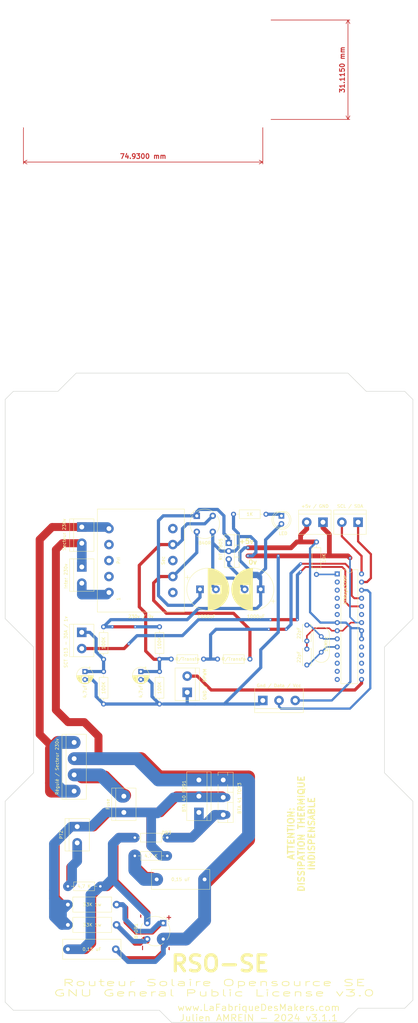
<source format=kicad_pcb>
(kicad_pcb (version 20221018) (generator pcbnew)
  (layers (0 "F.Cu" signal) (31 "B.Cu" signal) (34 "B.Paste" user) (35 "F.Paste" user) (36 "B.SilkS" user "B.Silkscreen") (37 "F.SilkS" user "F.Silkscreen") (38 "B.Mask" user) (39 "F.Mask" user) (44 "Edge.Cuts" user))
  (net 0 "")
  (footprint "Package_DIP:DIP-28_W7.62mm" (layer "F.Cu") (at -30.037794 58.393164)
    (fp_text reference "ATMega328P")
    (fp_text value "DIP-28_W7.62mm")
  )
  (footprint "TerminalBlock:TerminalBlock_bornier-2_P5.08mm" (layer "F.Cu") (at -34.5 42.215 180)
    (fp_text reference "+5v / GND")
    (fp_text value "TerminalBlock_bornier-2_P5.08mm")
  )
  (footprint "Resistor_THT:R_Axial_DIN0207_L6.3mm_D2.5mm_P10.16mm_Horizontal" (layer "F.Cu") (at -36.537794 48.393164 -90)
    (fp_text reference "10K")
    (fp_text value "R_Axial_DIN0207_L6.3mm_D2.5mm_P10.16mm_Horizontal")
  )
  (footprint "TerminalBlock:TerminalBlock_bornier-2_P5.08mm" (layer "F.Cu") (at -23.5 42.215 180)
    (fp_text reference "SCL / SDA")
    (fp_text value "TerminalBlock_bornier-2_P5.08mm")
  )
  (footprint "Crystal:Crystal_HC18-U_Vertical" (layer "F.Cu") (at -35.037794 82.893164 90)
    (fp_text reference "16Mhz")
    (fp_text value "Crystal_HC18-U_Vertical")
  )
  (footprint "Capacitor_THT:C_Disc_D5.0mm_W2.5mm_P5.00mm" (layer "F.Cu") (at -39.537794 81.893164 -90)
    (fp_text reference "22pF")
    (fp_text value "C_Disc_D5.0mm_W2.5mm_P5.00mm")
  )
  (footprint "Capacitor_THT:C_Disc_D5.0mm_W2.5mm_P5.00mm" (layer "F.Cu") (at -39.537794 74.393164 -90)
    (fp_text reference "22pF")
    (fp_text value "C_Disc_D5.0mm_W2.5mm_P5.00mm")
  )
  (footprint "TerminalBlock:TerminalBlock_bornier-2_P5.08mm" (layer "F.Cu") (at -110 43.715 -90)
    (fp_text reference "Secteur 230v ")
    (fp_text value "TerminalBlock_bornier-2_P5.08mm")
  )
  (footprint "Transformer_THT:Transformer_CHK_EI30-2VA_1xSec" (layer "F.Cu") (at -101.5 64.215)
    (fp_text reference "230v / 9v")
    (fp_text value "230v - 5v AC")
  )
  (footprint "Resistor_THT:R_Axial_DIN0207_L6.3mm_D2.5mm_P10.16mm_Horizontal" (layer "F.Cu") (at -62.5 39.715)
    (fp_text reference "1K")
    (fp_text value "R_Axial_DIN0207_L6.3mm_D2.5mm_P10.16mm_Horizontal")
  )
  (footprint "TerminalBlock:TerminalBlock_bornier-2_P5.08mm" (layer "F.Cu") (at -77 95.46 90)
    (fp_text reference "GND / 9PWM")
    (fp_text value "TerminalBlock_bornier-2_P5.08mm")
  )
  (footprint "LED_THT:LED_D5.0mm" (layer "F.Cu") (at -47.5 40.215 -90)
    (fp_text reference "LED")
    (fp_text value "LED_D5.0mm")
  )
  (footprint "Capacitor_THT:CP_Radial_D13.0mm_P5.00mm" (layer "F.Cu") (at -54 63.215 180)
    (fp_text reference "1000uF")
    (fp_text value "CP_Radial_D13.0mm_P5.00mm")
  )
  (footprint "Capacitor_THT:CP_Radial_D13.0mm_P5.00mm" (layer "F.Cu") (at -73 63.215)
    (fp_text reference "1000uF")
    (fp_text value "CP_Radial_D13.0mm_P5.00mm")
  )
  (footprint "Diode_THT:Diode_Bridge_Round_D9.0mm" (layer "F.Cu") (at -74 40.215)
    (fp_text reference "B40R")
    (fp_text value "Diode_Bridge_Round_D9.0mm")
  )
  (footprint "Package_TO_SOT_THT:TO-220-3_Vertical" (layer "F.Cu") (at -64 48.715 -90)
    (fp_text reference "RIT 7805")
    (fp_text value "TO-220-3_Vertical")
  )
  (footprint "Resistor_THT:R_Axial_DIN0207_L6.3mm_D2.5mm_P10.16mm_Horizontal" (layer "F.Cu") (at -85.683142 74.948213 -90)
    (fp_text reference "100K")
    (fp_text value "R_Axial_DIN0207_L6.3mm_D2.5mm_P10.16mm_Horizontal")
  )
  (footprint "Resistor_THT:R_Axial_DIN0207_L6.3mm_D2.5mm_P10.16mm_Horizontal" (layer "F.Cu") (at -85.683142 88.948213 -90)
    (fp_text reference "100K")
    (fp_text value "R_Axial_DIN0207_L6.3mm_D2.5mm_P10.16mm_Horizontal")
  )
  (footprint "Capacitor_THT:CP_Radial_D5.0mm_P2.50mm" (layer "F.Cu") (at -91.519627 88.948213 -90)
    (fp_text reference "4,7uF")
    (fp_text value "CP_Radial_D5.0mm_P2.50mm")
  )
  (footprint "Resistor_THT:R_Axial_DIN0207_L6.3mm_D2.5mm_P10.16mm_Horizontal" (layer "F.Cu") (at -57.364427 85.043952 180)
    (fp_text reference "R/Transfo")
    (fp_text value "R_Axial_DIN0207_L6.3mm_D2.5mm_P10.16mm_Horizontal")
  )
  (footprint "Resistor_THT:R_Axial_DIN0207_L6.3mm_D2.5mm_P10.16mm_Horizontal" (layer "F.Cu") (at -103.183142 74.948213 -90)
    (fp_text reference "100K")
    (fp_text value "R_Axial_DIN0207_L6.3mm_D2.5mm_P10.16mm_Horizontal")
  )
  (footprint "Resistor_THT:R_Axial_DIN0207_L6.3mm_D2.5mm_P10.16mm_Horizontal" (layer "F.Cu") (at -103.183142 88.948213 -90)
    (fp_text reference "100K")
    (fp_text value "R_Axial_DIN0207_L6.3mm_D2.5mm_P10.16mm_Horizontal")
  )
  (footprint "TerminalBlock:TerminalBlock_bornier-2_P5.08mm" (layer "F.Cu") (at -110.019627 76.677065 -90)
    (fp_text reference "SCT 013 - 30A / 1v")
    (fp_text value "TerminalBlock_bornier-2_P5.08mm")
  )
  (footprint "Capacitor_THT:CP_Radial_D5.0mm_P2.50mm" (layer "F.Cu") (at -109.019627 88.948213 -90)
    (fp_text reference "4,7uF")
    (fp_text value "CP_Radial_D5.0mm_P2.50mm")
  )
  (footprint "TerminalBlock:TerminalBlock_bornier-2_P5.08mm" (layer "F.Cu") (at -110 56.215 -90)
    (fp_text reference "Inter 230v ")
    (fp_text value "TerminalBlock_bornier-2_P5.08mm")
  )
  (footprint "MountingHole:MountingHole_5mm" (layer "F.Cu") (at -12.065 188.595)
    (fp_text reference "")
    (fp_text value "MountingHole_5mm")
  )
  (footprint "MountingHole:MountingHole_5mm" (layer "F.Cu") (at -127.635 6.985)
    (fp_text reference "")
    (fp_text value "MountingHole_5mm")
  )
  (footprint "Resistor_THT:R_Axial_DIN0414_L11.9mm_D4.5mm_P15.24mm_Horizontal" (layer "F.Cu") (at -114.3575 168.2225)
    (fp_text reference "33K 1w")
    (fp_text value "R_Axial_DIN0414_L11.9mm_D4.5mm_P15.24mm_Horizontal")
  )
  (footprint "MountingHole:MountingHole_5mm" (layer "F.Cu") (at -29.21 109.22)
    (fp_text reference "")
    (fp_text value "MountingHole_5mm")
  )
  (footprint "MountingHole:MountingHole_5mm" (layer "F.Cu") (at -128.27 -114.935)
    (fp_text reference "")
    (fp_text value "MountingHole_5mm")
  )
  (footprint "TerminalBlock:TerminalBlock_bornier-2_P5.08mm" (layer "F.Cu") (at -111.4425 137.4775 -90)
    (fp_text reference "PTZ")
    (fp_text value "TerminalBlock_bornier-2_P5.08mm")
  )
  (footprint "Resistor_THT:R_Axial_DIN0414_L11.9mm_D4.5mm_P15.24mm_Horizontal" (layer "F.Cu") (at -114.3575 161.8725)
    (fp_text reference "33K 1w")
    (fp_text value "R_Axial_DIN0414_L11.9mm_D4.5mm_P15.24mm_Horizontal")
  )
  (footprint "TerminalBlock:TerminalBlock_bornier-2_P5.08mm" (layer "F.Cu") (at -96.8375 127.9525 -90)
    (fp_text reference "Fuse")
    (fp_text value "TerminalBlock_bornier-2_P5.08mm")
  )
  (footprint "MountingHole:MountingHole_5mm" (layer "F.Cu") (at -12.065 6.985)
    (fp_text reference "")
    (fp_text value "MountingHole_5mm")
  )
  (footprint "MountingHole:MountingHole_5mm" (layer "F.Cu") (at -77.47 109.22)
    (fp_text reference "")
    (fp_text value "MountingHole_5mm")
  )
  (footprint "MountingHole:MountingHole_5mm" (layer "F.Cu") (at -128.27 -83.82)
    (fp_text reference "")
    (fp_text value "MountingHole_5mm")
  )
  (footprint "TerminalBlock:TerminalBlock_bornier-4_P5.08mm" (layer "F.Cu") (at -112.395 111.125 -90)
    (fp_text reference "Régulé / Secteur 230v")
    (fp_text value "TerminalBlock_bornier-4_P5.08mm")
  )
  (footprint "MountingHole:MountingHole_5mm" (layer "F.Cu") (at -29.21 167.64)
    (fp_text reference "")
    (fp_text value "MountingHole_5mm")
  )
  (footprint "Resistor_THT:R_Axial_DIN0207_L6.3mm_D2.5mm_P10.16mm_Horizontal" (layer "F.Cu") (at -71.864427 85.043952 180)
    (fp_text reference "R/Transfo")
    (fp_text value "R_Axial_DIN0207_L6.3mm_D2.5mm_P10.16mm_Horizontal")
  )
  (footprint "MountingHole:MountingHole_5mm" (layer "F.Cu") (at -53.34 167.64)
    (fp_text reference "")
    (fp_text value "MountingHole_5mm")
  )
  (footprint "Package_TO_SOT_THT:TO-3P-3_Vertical" (layer "F.Cu") (at -65.7225 122.8725 -90)
    (fp_text reference "BTA 41 TOP3")
    (fp_text value "TO-3P-3_Vertical")
  )
  (footprint "MountingHole:MountingHole_5mm" (layer "F.Cu") (at -53.34 109.22)
    (fp_text reference "")
    (fp_text value "MountingHole_5mm")
  )
  (footprint "MountingHole:MountingHole_5mm" (layer "F.Cu") (at -106.68 1.27)
    (fp_text reference "")
    (fp_text value "MountingHole_5mm")
  )
  (footprint "Diode_THT:Diode_Bridge_Round_D9.0mm" (layer "F.Cu") (at -84.5125 167.6675 -90)
    (fp_text reference "B40R1")
    (fp_text value "Diode_Bridge_Round_D9.0mm")
  )
  (footprint "MountingHole:MountingHole_5mm" (layer "F.Cu") (at -53.34 -114.935)
    (fp_text reference "")
    (fp_text value "MountingHole_5mm")
  )
  (footprint "Resistor_THT:R_Axial_DIN0207_L6.3mm_D2.5mm_P10.16mm_Horizontal" (layer "F.Cu") (at -93.4025 146.6325)
    (fp_text reference "4,7 K")
    (fp_text value "R_Axial_DIN0207_L6.3mm_D2.5mm_P10.16mm_Horizontal")
  )
  (footprint "MountingHole:MountingHole_5mm" (layer "F.Cu") (at -53.34 -83.82)
    (fp_text reference "")
    (fp_text value "MountingHole_5mm")
  )
  (footprint "MountingHole:MountingHole_5mm" (layer "F.Cu") (at -31.75 1.27)
    (fp_text reference "")
    (fp_text value "MountingHole_5mm")
  )
  (footprint "Capacitor_THT:C_Rect_L18.0mm_W6.0mm_P15.00mm_FKS3_FKP3" (layer "F.Cu") (at -86.5575 153.9875)
    (fp_text reference "0,15 uF")
    (fp_text value "C_Rect_L18.0mm_W6.0mm_P15.00mm_FKS3_FKP3")
  )
  (footprint "Capacitor_THT:C_Rect_L18.0mm_W6.0mm_P15.00mm_FKS3_FKP3" (layer "F.Cu") (at -114.3575 175.8425)
    (fp_text reference "0,15 uF")
    (fp_text value "C_Rect_L18.0mm_W6.0mm_P15.00mm_FKS3_FKP3")
  )
  (footprint "TerminalBlock:TerminalBlock_bornier-3_P5.08mm" (layer "F.Cu") (at -53.34 98)
    (fp_text reference "Gnd / Data / Vcc")
    (fp_text value "TerminalBlock_bornier-3_P5.08mm")
  )
  (footprint "Resistor_THT:R_Axial_DIN0207_L6.3mm_D2.5mm_P10.16mm_Horizontal" (layer "F.Cu") (at -93.4025 140.9175)
    (fp_text reference "DB3")
    (fp_text value "R_Axial_DIN0207_L6.3mm_D2.5mm_P10.16mm_Horizontal")
  )
  (footprint "Resistor_THT:R_Axial_DIN0207_L6.3mm_D2.5mm_P10.16mm_Horizontal" (layer "F.Cu") (at -114.3575 156.1575)
    (fp_text reference "4,7 K")
    (fp_text value "R_Axial_DIN0207_L6.3mm_D2.5mm_P10.16mm_Horizontal")
  )
  (footprint "MountingHole:MountingHole_5mm" (layer "F.Cu") (at -31.75 32.385)
    (fp_text reference "")
    (fp_text value "MountingHole_5mm")
  )
  (footprint "TerminalBlock:TerminalBlock_bornier-3_P5.08mm" (layer "F.Cu") (at -73.3425 133.0325 90)
    (fp_text reference "BTA 40 RD91")
    (fp_text value "TerminalBlock_bornier-3_P5.08mm")
  )
  (footprint "MountingHole:MountingHole_5mm" (layer "F.Cu") (at -127.635 188.595)
    (fp_text reference "")
    (fp_text value "MountingHole_5mm")
  )
  (footprint "MountingHole:MountingHole_5mm" (layer "F.Cu") (at -106.68 32.385)
    (fp_text reference "")
    (fp_text value "MountingHole_5mm")
  )
  (gr_line (start -85.725 194.945) (end -131.445 194.945) (stroke (width 0.15)) (layer "Edge.Cuts"))
  (gr_line (start -133.985 129.54) (end -133.985 192.405) (stroke (width 0.15)) (layer "Edge.Cuts"))
  (gr_line (start -6.35 3.81) (end -8.89 1.27) (stroke (width 0.15)) (layer "Edge.Cuts"))
  (gr_line (start -6.35 129.54) (end -15.24 120.65) (stroke (width 0.15)) (layer "Edge.Cuts"))
  (gr_line (start -6.35 191.77) (end -8.89 194.31) (stroke (width 0.15)) (layer "Edge.Cuts"))
  (gr_line (start -6.35 129.54) (end -6.35 191.77) (stroke (width 0.15)) (layer "Edge.Cuts"))
  (gr_line (start -81.915 198.755) (end -27.94 198.755) (stroke (width 0.15)) (layer "Edge.Cuts"))
  (gr_line (start -133.985 192.405) (end -131.445 194.945) (stroke (width 0.15)) (layer "Edge.Cuts"))
  (gr_line (start -125.095 120.65) (end -133.985 129.54) (stroke (width 0.15)) (layer "Edge.Cuts"))
  (gr_line (start -111.76 -4.445) (end -117.475 1.27) (stroke (width 0.15)) (layer "Edge.Cuts"))
  (gr_line (start -125.095 81.28) (end -133.985 72.39) (stroke (width 0.15)) (layer "Edge.Cuts"))
  (gr_line (start -15.24 81.28) (end -15.24 120.65) (stroke (width 0.15)) (layer "Edge.Cuts"))
  (gr_line (start -6.35 72.39) (end -15.24 81.28) (stroke (width 0.15)) (layer "Edge.Cuts"))
  (gr_line (start -6.35 3.81) (end -6.35 72.39) (stroke (width 0.15)) (layer "Edge.Cuts"))
  (gr_line (start -133.985 3.81) (end -131.445 1.27) (stroke (width 0.15)) (layer "Edge.Cuts"))
  (gr_line (start -125.095 81.28) (end -125.095 120.65) (stroke (width 0.15)) (layer "Edge.Cuts"))
  (gr_line (start -133.985 3.81) (end -133.985 72.39) (stroke (width 0.15)) (layer "Edge.Cuts"))
  (gr_line (start -111.76 -4.445) (end -26.67 -4.445) (stroke (width 0.15)) (layer "Edge.Cuts"))
  (gr_line (start -8.89 1.27) (end -20.955 1.27) (stroke (width 0.15)) (layer "Edge.Cuts"))
  (gr_line (start -26.67 -4.445) (end -20.955 1.27) (stroke (width 0.15)) (layer "Edge.Cuts"))
  (gr_line (start -8.89 194.31) (end -23.495 194.31) (stroke (width 0.15)) (layer "Edge.Cuts"))
  (gr_line (start -85.725 194.945) (end -81.915 198.755) (stroke (width 0.15)) (layer "Edge.Cuts"))
  (gr_line (start -117.475 1.27) (end -131.445 1.27) (stroke (width 0.15)) (layer "Edge.Cuts"))
  (gr_line (start -27.94 198.755) (end -23.495 194.31) (stroke (width 0.15)) (layer "Edge.Cuts"))
  (gr_text "+" (at -83.5025 164.7825 -90) (layer "F.Cu") (effects (font (size 1.5 1.5) (thickness 0.3) bold) (justify left bottom)))
  (gr_text "~" (at -92.3925 164.7825 -90) (layer "F.Cu") (effects (font (size 1.5 1.5) (thickness 0.3) bold) (justify left bottom)))
  (gr_text "-" (at -91.7575 174.3075 -90) (layer "F.Cu") (effects (font (size 1.5 1.5) (thickness 0.3) bold) (justify left bottom)))
  (gr_text "~" (at -83.5025 174.9425 -90) (layer "F.Cu") (effects (font (size 1.5 1.5) (thickness 0.3) bold) (justify left bottom)))
  (gr_text "Routeur Solaire Opensource SE\nGNU General Public License v3.0" (at -68.58 187.96) (layer "F.SilkS") (effects (font (size 2 4) (thickness 0.25))))
  (gr_text "+5v" (at -58.5 48.215) (layer "F.SilkS") (effects (font (size 1.5 1.5) (thickness 0.3))))
  (gr_text "0v" (at -56.5 54.715) (layer "F.SilkS") (effects (font (size 1.5 1.5) (thickness 0.3))))
  (gr_text "RSO-SE" (at -66.675 180.34) (layer "F.SilkS") (effects (font (size 5 5) (thickness 1))))
  (gr_text "www.LaFabriqueDesMakers.com\nJulien AMREIN - 2024 v3.1.1" (at -54.61 195.73) (layer "F.SilkS") (effects (font (size 2 2.2) (thickness 0.25))))
  (gr_text "ATTENTION:\nDISSIPATION THERMIQUE\nINDISPENSABLE" (at -41.275 139.7 90) (layer "F.SilkS") (effects (font (size 2 2) (thickness 0.4) bold)))
  (dimension (type aligned) (layer "F.Cu") (pts (xy -53.34 -83.82) (xy -53.34 -114.935)) (height 26.67) (gr_text "31,1150 mm" (at -28.47 -99.3775 90) (layer "F.Cu") (effects (font (size 1.5 1.5) (thickness 0.3)))) (format (prefix "") (suffix "") (units 3) (units_format 1) (precision 4)) (style (thickness 0.2) (arrow_length 1.27) (text_position_mode 0) (extension_height 0.58642) (extension_offset 0.5) keep_text_aligned))
  (dimension (type aligned) (layer "F.Cu") (pts (xy -128.27 -83.82) (xy -53.34 -83.82)) (height 13.334999) (gr_text "74,9300 mm" (at -90.805 -72.285001) (layer "F.Cu") (effects (font (size 1.5 1.5) (thickness 0.3)))) (format (prefix "") (suffix "") (units 3) (units_format 1) (precision 4)) (style (thickness 0.2) (arrow_length 1.27) (text_position_mode 0) (extension_height 0.58642) (extension_offset 0.5) keep_text_aligned))
  (segment (start -95.260129 80.261179) (end -95.260129 80.261179) (width 0.25) (layer "F.Cu") (net 0))
  (segment (start -41.5 55.215) (end -41.5 55.215) (width 0.6) (layer "F.Cu") (net 0))
  (segment (start -119.505 126.365) (end -116.205 126.365) (width 4) (layer "F.Cu") (net 0))
  (segment (start -117.475 111.125) (end -112.395 111.125) (width 4) (layer "F.Cu") (net 0))
  (segment (start -106.9975 158.9575) (end -104.1975 156.1575) (width 3) (layer "F.Cu") (net 0))
  (segment (start -93.35 173.99) (end -99.1175 168.2225) (width 1.5) (layer "F.Cu") (net 0))
  (segment (start -90 70.715) (end -90 82.521308) (width 1) (layer "F.Cu") (net 0))
  (segment (start -32.537794 75.393164) (end -31.757794 76.173164) (width 0.5) (layer "F.Cu") (net 0))
  (segment (start -25.5 65.215) (end -25.5 58.715) (width 0.6) (layer "F.Cu") (net 0))
  (segment (start -123.19 47.625) (end -123.19 108.585) (width 2.5) (layer "F.Cu") (net 0))
  (segment (start -118.11 100.965) (end -114.3 104.775) (width 2.5) (layer "F.Cu") (net 0))
  (segment (start -108.9025 175.8425) (end -106.9975 173.9375) (width 3) (layer "F.Cu") (net 0))
  (segment (start -113.3475 137.4775) (end -118.4275 142.5575) (width 3) (layer "F.Cu") (net 0))
  (segment (start -22.417794 52.797206) (end -28.58 46.635) (width 0.7) (layer "F.Cu") (net 0))
  (segment (start -89.8525 153.9875) (end -86.5575 153.9875) (width 4) (layer "F.Cu") (net 0))
  (segment (start -87.5 66.715) (end -83.5 70.715) (width 1) (layer "F.Cu") (net 0))
  (segment (start -39.537794 79.393164) (end -39.537794 81.893164) (width 0.5) (layer "F.Cu") (net 0))
  (segment (start -100.447163 74.948213) (end -93.260129 74.948213) (width 1) (layer "F.Cu") (net 0))
  (segment (start -66.0925 127.9525) (end -65.7225 128.3225) (width 3) (layer "F.Cu") (net 0))
  (segment (start -71.5575 155.3775) (end -71.5575 155.575) (width 4) (layer "F.Cu") (net 0))
  (segment (start -28.5 56.215) (end -40 56.215) (width 0.6) (layer "F.Cu") (net 0))
  (segment (start -104.775 116.205) (end -91.44 116.205) (width 4) (layer "F.Cu") (net 0))
  (segment (start -100.0125 153.9875) (end -100.6475 154.6225) (width 3) (layer "F.Cu") (net 0))
  (segment (start -88.3225 143.4525) (end -85.1425 146.6325) (width 3) (layer "F.Cu") (net 0))
  (segment (start -27.5 57.215) (end -28.5 56.215) (width 0.6) (layer "F.Cu") (net 0))
  (segment (start -26.675958 52.755) (end -26.037794 53.393164) (width 1.5) (layer "F.Cu") (net 0))
  (segment (start -119.505 123.825) (end -119.505 126.365) (width 4) (layer "F.Cu") (net 0))
  (segment (start -24.701836 66.013164) (end -25.5 65.215) (width 0.6) (layer "F.Cu") (net 0))
  (segment (start -51.5 75.715) (end -46 75.715) (width 1) (layer "F.Cu") (net 0))
  (segment (start -91.740636 173.99) (end -93.35 173.99) (width 1.5) (layer "F.Cu") (net 0))
  (segment (start -39.58 44.33632) (end -41.5 46.25632) (width 1.5) (layer "F.Cu") (net 0))
  (segment (start -91.105636 173.355) (end -91.740636 173.99) (width 1.5) (layer "F.Cu") (net 0))
  (segment (start -88.3225 133.0325) (end -88.3225 143.4525) (width 3) (layer "F.Cu") (net 0))
  (segment (start -51.5 50.215) (end -44.5 50.215) (width 1.5) (layer "F.Cu") (net 0))
  (segment (start -106.3625 137.4775) (end -111.4425 137.4775) (width 3) (layer "F.Cu") (net 0))
  (segment (start -71.5575 153.9875) (end -71.5575 155.575) (width 4) (layer "F.Cu") (net 0))
  (segment (start -96.2025 167.3225) (end -96.2025 162.8775) (width 1.5) (layer "F.Cu") (net 0))
  (segment (start -118.11 50.8) (end -118.11 100.965) (width 2.5) (layer "F.Cu") (net 0))
  (segment (start -97.2075 161.8725) (end -99.1175 161.8725) (width 1.5) (layer "F.Cu") (net 0))
  (segment (start -116.2575 168.2225) (end -114.3575 168.2225) (width 3) (layer "F.Cu") (net 0))
  (segment (start -69.5 94.715) (end -69.5 94.635) (width 0.25) (layer "F.Cu") (net 0))
  (segment (start -109.855 121.92) (end -102.87 121.92) (width 4) (layer "F.Cu") (net 0))
  (segment (start -119.505 113.155) (end -117.475 111.125) (width 4) (layer "F.Cu") (net 0))
  (segment (start -114.3575 156.1575) (end -113.4575 155.2575) (width 3) (layer "F.Cu") (net 0))
  (segment (start -41.5 48.393164) (end -36.537794 48.393164) (width 1.5) (layer "F.Cu") (net 0))
  (segment (start -106.9975 173.9375) (end -106.9975 158.9575) (width 3) (layer "F.Cu") (net 0))
  (segment (start -58 50.215) (end -51.5 50.215) (width 1.5) (layer "F.Cu") (net 0))
  (segment (start -30.037794 76.173164) (end -28.317794 76.173164) (width 0.5) (layer "F.Cu") (net 0))
  (segment (start -83.2425 140.9175) (end -75.5125 140.9175) (width 3) (layer "F.Cu") (net 0))
  (segment (start -73.3425 127.9525) (end -66.0925 127.9525) (width 3) (layer "F.Cu") (net 0))
  (segment (start -110.49 121.285) (end -109.855 121.92) (width 4) (layer "F.Cu") (net 0))
  (segment (start -90.17 153.67) (end -89.8525 153.9875) (width 4) (layer "F.Cu") (net 0))
  (segment (start -123.19 108.585) (end -119.505 112.27) (width 2.5) (layer "F.Cu") (net 0))
  (segment (start -39.58 42.215) (end -39.58 44.33632) (width 1.5) (layer "F.Cu") (net 0))
  (segment (start -110 48.795) (end -116.105 48.795) (width 2.5) (layer "F.Cu") (net 0))
  (segment (start -93.0275 170.4975) (end -93.6625 169.8625) (width 1.5) (layer "F.Cu") (net 0))
  (segment (start -112.395 121.285) (end -110.49 121.285) (width 4) (layer "F.Cu") (net 0))
  (segment (start -112.395 116.205) (end -104.775 116.205) (width 4) (layer "F.Cu") (net 0))
  (segment (start -96.4475 178.7525) (end -86.6775 178.7525) (width 1.5) (layer "F.Cu") (net 0))
  (segment (start -118.4275 160.3375) (end -118.4275 166.0525) (width 3) (layer "F.Cu") (net 0))
  (segment (start -118.4275 142.5575) (end -118.4275 159.7025) (width 3) (layer "F.Cu") (net 0))
  (segment (start -27.5 55.215) (end -41.5 55.215) (width 0.6) (layer "F.Cu") (net 0))
  (segment (start -111.4425 142.5575) (end -111.4425 148.2725) (width 3) (layer "F.Cu") (net 0))
  (segment (start -39.537794 77.752794) (end -39.537794 79.393164) (width 0.5) (layer "F.Cu") (net 0))
  (segment (start -110 43.715) (end -119.28 43.715) (width 2.5) (layer "F.Cu") (net 0))
  (segment (start -84.5125 172.6675) (end -77.4175 172.6675) (width 4) (layer "F.Cu") (net 0))
  (segment (start -90.418136 172.6675) (end -91.105636 173.355) (width 1.5) (layer "F.Cu") (net 0))
  (segment (start -116.2575 166.3225) (end -114.3575 168.2225) (width 3) (layer "F.Cu") (net 0))
  (segment (start -92 68.715) (end -90 70.715) (width 1) (layer "F.Cu") (net 0))
  (segment (start -71.5575 166.8075) (end -73.9775 169.2275) (width 4) (layer "F.Cu") (net 0))
  (segment (start -22.417794 68.553164) (end -26.161836 68.553164) (width 0.6) (layer "F.Cu") (net 0))
  (segment (start -58 52.755) (end -51.54 52.755) (width 1.5) (layer "F.Cu") (net 0))
  (segment (start -99.3575 175.8425) (end -96.4475 178.7525) (width 1.5) (layer "F.Cu") (net 0))
  (segment (start -89.5125 172.6675) (end -90.418136 172.6675) (width 1.5) (layer "F.Cu") (net 0))
  (segment (start -89.5125 167.6675) (end -89.5125 164.4875) (width 2) (layer "F.Cu") (net 0))
  (segment (start -91.5 55.215) (end -92 55.715) (width 1) (layer "F.Cu") (net 0))
  (segment (start -113.3475 150.1775) (end -111.4425 148.2725) (width 3) (layer "F.Cu") (net 0))
  (segment (start -87.9475 170.4975) (end -93.0275 170.4975) (width 1.5) (layer "F.Cu") (net 0))
  (segment (start -93.4025 140.9175) (end -98.3725 140.9175) (width 3) (layer "F.Cu") (net 0))
  (segment (start -118.4275 159.7025) (end -118.4275 160.3375) (width 3) (layer "F.Cu") (net 0))
  (segment (start -88.3225 133.0325) (end -101.9175 133.0325) (width 3) (layer "F.Cu") (net 0))
  (segment (start -112.395 126.365) (end -116.965 126.365) (width 4) (layer "F.Cu") (net 0))
  (segment (start -84.5125 167.6675) (end -85.1175 167.6675) (width 0.2) (layer "F.Cu") (net 0))
  (segment (start -23.5 48.215) (end -19.5 52.215) (width 0.7) (layer "F.Cu") (net 0))
  (segment (start -34.5 43.965) (end -32.5 45.965) (width 1.5) (layer "F.Cu") (net 0))
  (segment (start -28.58 46.635) (end -28.58 42.215) (width 0.7) (layer "F.Cu") (net 0))
  (segment (start -22.417794 91.413164) (end -22.417794 92.632794) (width 1) (layer "F.Cu") (net 0))
  (segment (start -113.4575 155.2575) (end -113.3475 155.2575) (width 0.2) (layer "F.Cu") (net 0))
  (segment (start -96.2025 162.8775) (end -97.2075 161.8725) (width 1.5) (layer "F.Cu") (net 0))
  (segment (start -102.1825 156.1575) (end -100.6475 154.6225) (width 3) (layer "F.Cu") (net 0))
  (segment (start -77 90.38) (end -73.835 90.38) (width 1) (layer "F.Cu") (net 0))
  (segment (start -83.5 70.715) (end -62.5 70.715) (width 1) (layer "F.Cu") (net 0))
  (segment (start -71.5575 155.575) (end -71.5575 166.8075) (width 4) (layer "F.Cu") (net 0))
  (segment (start -104.775 109.22) (end -104.775 116.205) (width 2.5) (layer "F.Cu") (net 0))
  (segment (start -116.2575 161.8725) (end -118.4275 159.7025) (width 3) (layer "F.Cu") (net 0))
  (segment (start -119.505 123.825) (end -119.505 113.155) (width 4) (layer "F.Cu") (net 0))
  (segment (start -87.5 61.215) (end -87.5 66.715) (width 1) (layer "F.Cu") (net 0))
  (segment (start -84.5125 176.5875) (end -84.5125 172.6675) (width 1.5) (layer "F.Cu") (net 0))
  (segment (start -114.3575 161.8725) (end -116.2575 161.8725) (width 3) (layer "F.Cu") (net 0))
  (segment (start -85.1175 167.6675) (end -87.9475 170.4975) (width 1.5) (layer "F.Cu") (net 0))
  (segment (start -90.17 153.67) (end -88.265 153.67) (width 4) (layer "F.Cu") (net 0))
  (segment (start -23.5 42.215) (end -23.5 48.215) (width 0.7) (layer "F.Cu") (net 0))
  (segment (start -24.5 94.715) (end -69.5 94.715) (width 1) (layer "F.Cu") (net 0))
  (segment (start -62.5 70.715) (end -57.364427 75.850573) (width 1) (layer "F.Cu") (net 0))
  (segment (start -73.3425 138.7475) (end -68.3675 133.7725) (width 3) (layer "F.Cu") (net 0))
  (segment (start -25.537794 73.633164) (end -22.417794 73.633164) (width 0.5) (layer "F.Cu") (net 0))
  (segment (start -85.5 59.215) (end -87.5 61.215) (width 1) (layer "F.Cu") (net 0))
  (segment (start -48.5 52.755) (end -32.5 52.755) (width 1.5) (layer "F.Cu") (net 0))
  (segment (start -118.4275 166.0525) (end -116.2575 168.2225) (width 3) (layer "F.Cu") (net 0))
  (segment (start -44.5 50.215) (end -42.678164 48.393164) (width 1.5) (layer "F.Cu") (net 0))
  (segment (start -34.5 42.215) (end -34.5 43.965) (width 1.5) (layer "F.Cu") (net 0))
  (segment (start -81.5 49.215) (end -85.5 49.215) (width 1) (layer "F.Cu") (net 0))
  (segment (start -80.0625 172.6675) (end -84.5125 172.6675) (width 0.25) (layer "F.Cu") (net 0))
  (segment (start -25.777794 73.633164) (end -25.537794 73.633164) (width 0.25) (layer "F.Cu") (net 0))
  (segment (start -101.9175 133.0325) (end -106.3625 137.4775) (width 3) (layer "F.Cu") (net 0))
  (segment (start -80.3275 127.9525) (end -73.3425 127.9525) (width 3) (layer "F.Cu") (net 0))
  (segment (start -36.037794 75.393164) (end -32.537794 75.393164) (width 0.5) (layer "F.Cu") (net 0))
  (segment (start -87.806308 84.715) (end -87.413095 85.108213) (width 1) (layer "F.Cu") (net 0))
  (segment (start -89.5125 164.4875) (end -100.0125 153.9875) (width 2) (layer "F.Cu") (net 0))
  (segment (start -57.785 121.92) (end -57.785 141.605) (width 4) (layer "F.Cu") (net 0))
  (segment (start -32.5 45.965) (end -32.5 52.755) (width 1.5) (layer "F.Cu") (net 0))
  (segment (start -93.4025 146.6325) (end -93.4025 150.4375) (width 4) (layer "F.Cu") (net 0))
  (segment (start -22.417794 66.013164) (end -24.701836 66.013164) (width 0.6) (layer "F.Cu") (net 0))
  (segment (start -109.22 104.775) (end -104.775 109.22) (width 2.5) (layer "F.Cu") (net 0))
  (segment (start -119.505 112.27) (end -119.505 113.155) (width 0.25) (layer "F.Cu") (net 0))
  (segment (start -89.535 173.355) (end -91.105636 173.355) (width 1.5) (layer "F.Cu") (net 0))
  (segment (start -113.3475 155.2575) (end -113.3475 150.1775) (width 3) (layer "F.Cu") (net 0))
  (segment (start -100.0125 142.5575) (end -100.0125 153.9875) (width 3) (layer "F.Cu") (net 0))
  (segment (start -87.413095 85.108213) (end -85.683142 85.108213) (width 1) (layer "F.Cu") (net 0))
  (segment (start -31.757794 76.173164) (end -30.037794 76.173164) (width 0.5) (layer "F.Cu") (net 0))
  (segment (start -85.4075 133.0325) (end -80.3275 127.9525) (width 3) (layer "F.Cu") (net 0))
  (segment (start -27.5 67.215) (end -27.5 57.215) (width 0.6) (layer "F.Cu") (net 0))
  (segment (start -19.5 52.215) (end -19.5 59.715) (width 0.7) (layer "F.Cu") (net 0))
  (segment (start -51.54 52.755) (end -48.5 52.755) (width 1.5) (layer "F.Cu") (net 0))
  (segment (start -40 56.215) (end -41.5 57.715) (width 0.6) (layer "F.Cu") (net 0))
  (segment (start -81.5 59.215) (end -85.5 59.215) (width 1) (layer "F.Cu") (net 0))
  (segment (start -37.178164 75.393164) (end -39.537794 77.752794) (width 0.5) (layer "F.Cu") (net 0))
  (segment (start -51 72.715) (end -42.546179 72.715) (width 1) (layer "F.Cu") (net 0))
  (segment (start -85.5 49.215) (end -91.5 55.215) (width 1) (layer "F.Cu") (net 0))
  (segment (start -96.5775 127.6925) (end -96.8375 127.9525) (width 4) (layer "F.Cu") (net 0))
  (segment (start -75.5125 140.9175) (end -73.3425 138.7475) (width 3) (layer "F.Cu") (net 0))
  (segment (start -26.161836 68.553164) (end -27.5 67.215) (width 0.6) (layer "F.Cu") (net 0))
  (segment (start -86.6775 178.7525) (end -84.5125 176.5875) (width 1.5) (layer "F.Cu") (net 0))
  (segment (start -77.4175 172.6675) (end -73.9775 169.2275) (width 4) (layer "F.Cu") (net 0))
  (segment (start -119.28 43.715) (end -123.19 47.625) (width 2.5) (layer "F.Cu") (net 0))
  (segment (start -114.3575 175.8425) (end -108.9025 175.8425) (width 3) (layer "F.Cu") (net 0))
  (segment (start -92 55.715) (end -92 68.715) (width 1) (layer "F.Cu") (net 0))
  (segment (start -102.87 121.92) (end -96.8375 127.9525) (width 4) (layer "F.Cu") (net 0))
  (segment (start -104.1975 156.1575) (end -102.1825 156.1575) (width 3) (layer "F.Cu") (net 0))
  (segment (start -68.3675 133.7725) (end -65.7225 133.7725) (width 3) (layer "F.Cu") (net 0))
  (segment (start -20.718164 60.933164) (end -19.5 59.715) (width 0.7) (layer "F.Cu") (net 0))
  (segment (start -73.835 90.38) (end -69.5 94.715) (width 1) (layer "F.Cu") (net 0))
  (segment (start -32.5 52.755) (end -26.675958 52.755) (width 1.5) (layer "F.Cu") (net 0))
  (segment (start -90 82.521308) (end -87.806308 84.715) (width 1) (layer "F.Cu") (net 0))
  (segment (start -51.54 52.755) (end -51.5 52.715) (width 0.25) (layer "F.Cu") (net 0))
  (segment (start -73.3425 138.7475) (end -73.3425 133.0325) (width 3) (layer "F.Cu") (net 0))
  (segment (start -41.5 46.25632) (end -41.5 48.393164) (width 1.5) (layer "F.Cu") (net 0))
  (segment (start -116.105 48.795) (end -118.11 50.8) (width 2.5) (layer "F.Cu") (net 0))
  (segment (start -36.037794 75.393164) (end -37.178164 75.393164) (width 0.5) (layer "F.Cu") (net 0))
  (segment (start -85.725 121.92) (end -57.785 121.92) (width 4) (layer "F.Cu") (net 0))
  (segment (start -88.3225 133.0325) (end -85.4075 133.0325) (width 3) (layer "F.Cu") (net 0))
  (segment (start -22.417794 58.393164) (end -22.417794 52.797206) (width 0.7) (layer "F.Cu") (net 0))
  (segment (start -91.44 116.205) (end -85.725 121.92) (width 4) (layer "F.Cu") (net 0))
  (segment (start -22.417794 92.632794) (end -24.5 94.715) (width 1) (layer "F.Cu") (net 0))
  (segment (start -116.2575 161.8725) (end -116.2575 166.3225) (width 3) (layer "F.Cu") (net 0))
  (segment (start -57.364427 75.850573) (end -57.364427 85.043952) (width 1) (layer "F.Cu") (net 0))
  (segment (start -111.4425 137.4775) (end -113.3475 137.4775) (width 3) (layer "F.Cu") (net 0))
  (segment (start -42.678164 48.393164) (end -41.5 48.393164) (width 1.5) (layer "F.Cu") (net 0))
  (segment (start -96.756015 81.757065) (end -95.260129 80.261179) (width 1) (layer "F.Cu") (net 0))
  (segment (start -25.5 57.215) (end -27.5 55.215) (width 0.6) (layer "F.Cu") (net 0))
  (segment (start -116.965 126.365) (end -119.505 123.825) (width 4) (layer "F.Cu") (net 0))
  (segment (start -28.317794 76.173164) (end -25.777794 73.633164) (width 0.5) (layer "F.Cu") (net 0))
  (segment (start -93.6625 169.8625) (end -96.2025 167.3225) (width 1.5) (layer "F.Cu") (net 0))
  (segment (start -114.3 104.775) (end -109.22 104.775) (width 2.5) (layer "F.Cu") (net 0))
  (segment (start -110.019627 81.757065) (end -96.756015 81.757065) (width 1) (layer "F.Cu") (net 0))
  (segment (start -98.3725 140.9175) (end -100.0125 142.5575) (width 3) (layer "F.Cu") (net 0))
  (segment (start -85.1425 146.6325) (end -83.2425 146.6325) (width 3) (layer "F.Cu") (net 0))
  (segment (start -93.4025 150.4375) (end -90.17 153.67) (width 4) (layer "F.Cu") (net 0))
  (segment (start -57.785 141.605) (end -71.5575 155.3775) (width 4) (layer "F.Cu") (net 0))
  (segment (start -22.417794 60.933164) (end -20.718164 60.933164) (width 0.7) (layer "F.Cu") (net 0))
  (segment (start -73.9775 169.2275) (end -76.5175 171.7675) (width 3) (layer "F.Cu") (net 0))
  (segment (start -25.5 58.715) (end -25.5 57.215) (width 0.6) (layer "F.Cu") (net 0))
  (via (at -26.037794 53.393164) (size 0.8) (drill 0.4) (layers "F.Cu" "B.Cu") (net 0))
  (via (at -46 75.715) (size 0.8) (drill 0.4) (layers "F.Cu" "B.Cu") (net 0))
  (via (at -58 50.215) (size 0.8) (drill 0.4) (layers "F.Cu" "B.Cu") (net 0))
  (via (at -93.260129 74.948213) (size 0.8) (drill 0.4) (layers "F.Cu" "B.Cu") (net 0))
  (via (at -58 52.755) (size 0.8) (drill 0.4) (layers "F.Cu" "B.Cu") (net 0))
  (via (at -41.5 55.215) (size 0.8) (drill 0.4) (layers "F.Cu" "B.Cu") (net 0))
  (via (at -42.5 72.715) (size 0.8) (drill 0.4) (layers "F.Cu" "B.Cu") (net 0))
  (via (at -41.5 57.715) (size 0.8) (drill 0.4) (layers "F.Cu" "B.Cu") (net 0))
  (via (at -100.447163 74.948213) (size 0.8) (drill 0.4) (layers "F.Cu" "B.Cu") (net 0))
  (via (at -51 72.715) (size 0.8) (drill 0.4) (layers "F.Cu" "B.Cu") (net 0))
  (via (at -95.260129 80.261179) (size 0.8) (drill 0.4) (layers "F.Cu" "B.Cu") (net 0))
  (via (at -48.5 52.755) (size 0.8) (drill 0.4) (layers "F.Cu" "B.Cu") (net 0))
  (via (at -51.5 75.715) (size 0.8) (drill 0.4) (layers "F.Cu" "B.Cu") (net 0))
  (segment (start -71.5 42.715) (end -77 42.715) (width 1) (layer "B.Cu") (net 0))
  (segment (start -55 59.215) (end -54 60.215) (width 1) (layer "B.Cu") (net 0))
  (segment (start -80 49.215) (end -81.5 49.215) (width 0.25) (layer "B.Cu") (net 0))
  (segment (start -69 40.215) (end -71.5 42.715) (width 1) (layer "B.Cu") (net 0))
  (segment (start -56.5 58.215) (end -55 58.215) (width 1) (layer "B.Cu") (net 0))
  (segment (start -59.05 50.215) (end -60.5 51.665) (width 1) (layer "B.Cu") (net 0))
  (segment (start -60.5 59.215) (end -55 59.215) (width 1) (layer "B.Cu") (net 0))
  (segment (start -64 55.715) (end -60.5 59.215) (width 1) (layer "B.Cu") (net 0))
  (segment (start -86 41.715) (end -84.5 40.215) (width 1) (layer "B.Cu") (net 0))
  (segment (start -81.5 59.215) (end -75.5 53.215) (width 1) (layer "B.Cu") (net 0))
  (segment (start -62.04 51.255) (end -64 51.255) (width 1) (layer "B.Cu") (net 0))
  (segment (start -65.5 40.215) (end -65.5 45.715) (width 1) (layer "B.Cu") (net 0))
  (segment (start -77 42.715) (end -78.5 44.215) (width 1) (layer "B.Cu") (net 0))
  (segment (start -60.5 54.215) (end -56.5 58.215) (width 1) (layer "B.Cu") (net 0))
  (segment (start -64 47.215) (end -64 48.715) (width 1) (layer "B.Cu") (net 0))
  (segment (start -54 60.215) (end -54 63.215) (width 0.25) (layer "B.Cu") (net 0))
  (segment (start -74 40.215) (end -74 38.965) (width 1) (layer "B.Cu") (net 0))
  (segment (start -60.5 51.665) (end -60.5 54.215) (width 1) (layer "B.Cu") (net 0))
  (segment (start -58 50.215) (end -58 50.215) (width 1) (layer "B.Cu") (net 0))
  (segment (start -78.5 44.215) (end -78.5 47.715) (width 1) (layer "B.Cu") (net 0))
  (segment (start -47.5 42.755) (end -52.46 47.715) (width 1) (layer "B.Cu") (net 0))
  (segment (start -78.5 47.715) (end -80 49.215) (width 1) (layer "B.Cu") (net 0))
  (segment (start -102 43.715) (end -101.5 44.215) (width 0.25) (layer "B.Cu") (net 0))
  (segment (start -62.5 59.715) (end -59 63.215) (width 1) (layer "B.Cu") (net 0))
  (segment (start -75.5 68.215) (end -83 68.215) (width 1) (layer "B.Cu") (net 0))
  (segment (start -69 48.715) (end -69 59.715) (width 1) (layer "B.Cu") (net 0))
  (segment (start -61 50.215) (end -62.04 51.255) (width 1) (layer "B.Cu") (net 0))
  (segment (start -67.5 38.215) (end -65.5 40.215) (width 1) (layer "B.Cu") (net 0))
  (segment (start -102.16 64.875) (end -101.5 64.215) (width 0.25) (layer "B.Cu") (net 0))
  (segment (start -62.5 42.715) (end -62.5 39.715) (width 1) (layer "B.Cu") (net 0))
  (segment (start -69 59.715) (end -69 62.215) (width 1) (layer "B.Cu") (net 0))
  (segment (start -66.46 51.255) (end -69 48.715) (width 1) (layer "B.Cu") (net 0))
  (segment (start -62.5 42.715) (end -62.5 43.84637) (width 1) (layer "B.Cu") (net 0))
  (segment (start -110 43.715) (end -102 43.715) (width 3) (layer "B.Cu") (net 0))
  (segment (start -48 39.715) (end -47.5 40.215) (width 0.25) (layer "B.Cu") (net 0))
  (segment (start -65.5 45.715) (end -64 47.215) (width 1) (layer "B.Cu") (net 0))
  (segment (start -86 65.215) (end -86 41.715) (width 1) (layer "B.Cu") (net 0))
  (segment (start -73 65.715) (end -75.5 68.215) (width 1) (layer "B.Cu") (net 0))
  (segment (start -84.5 40.215) (end -74 40.215) (width 1) (layer "B.Cu") (net 0))
  (segment (start -64 51.255) (end -66.46 51.255) (width 1) (layer "B.Cu") (net 0))
  (segment (start -64 53.795) (end -64 55.715) (width 1) (layer "B.Cu") (net 0))
  (segment (start -73 63.215) (end -73 65.715) (width 1) (layer "B.Cu") (net 0))
  (segment (start -110 48.795) (end -110 54.715) (width 3) (layer "B.Cu") (net 0))
  (segment (start -69 59.715) (end -62.5 59.715) (width 1) (layer "B.Cu") (net 0))
  (segment (start -69 45.215) (end -69 48.715) (width 1) (layer "B.Cu") (net 0))
  (segment (start -110 64.875) (end -102.16 64.875) (width 3) (layer "B.Cu") (net 0))
  (segment (start -110 43.715) (end -108.25 43.715) (width 0.25) (layer "B.Cu") (net 0))
  (segment (start -83 68.215) (end -86 65.215) (width 1) (layer "B.Cu") (net 0))
  (segment (start -54 59.215) (end -54 63.215) (width 1) (layer "B.Cu") (net 0))
  (segment (start -69 62.215) (end -68 63.215) (width 1) (layer "B.Cu") (net 0))
  (segment (start -58 50.215) (end -59.05 50.215) (width 1) (layer "B.Cu") (net 0))
  (segment (start -58 52.755) (end -58 52.755) (width 1) (layer "B.Cu") (net 0))
  (segment (start -26.037794 53.393164) (end -26.037794 53.393164) (width 0.5) (layer "B.Cu") (net 0))
  (segment (start -85.717132 85.142203) (end -85.683142 85.108213) (width 0.25) (layer "B.Cu") (net 0))
  (segment (start -85.683142 85.108213) (end -85.683142 88.948213) (width 1) (layer "B.Cu") (net 0))
  (segment (start -86.814512 88.948213) (end -91.519627 88.948213) (width 1) (layer "B.Cu") (net 0))
  (segment (start -85.683142 88.948213) (end -86.814512 88.948213) (width 1) (layer "B.Cu") (net 0))
  (segment (start -88.019627 96.771728) (end -85.683142 99.108213) (width 1) (layer "B.Cu") (net 0))
  (segment (start -89.248479 91.448213) (end -88.019627 92.677065) (width 1) (layer "B.Cu") (net 0))
  (segment (start -91.519627 91.448213) (end -89.248479 91.448213) (width 1) (layer "B.Cu") (net 0))
  (segment (start -88.019627 94.319359) (end -88.019627 94.677065) (width 0.25) (layer "B.Cu") (net 0))
  (segment (start -88.019627 92.677065) (end -88.019627 94.677065) (width 1) (layer "B.Cu") (net 0))
  (segment (start -88.019627 94.677065) (end -88.019627 96.771728) (width 1) (layer "B.Cu") (net 0))
  (segment (start -100.447163 74.948213) (end -100.447163 74.948213) (width 1) (layer "B.Cu") (net 0))
  (segment (start -103.217132 85.142203) (end -103.183142 85.108213) (width 0.25) (layer "B.Cu") (net 0))
  (segment (start -103.183142 85.108213) (end -103.183142 88.948213) (width 1) (layer "B.Cu") (net 0))
  (segment (start -46 75.715) (end -44.5 74.215) (width 1) (layer "B.Cu") (net 0))
  (segment (start -92.71 170.18) (end -88.265 170.18) (width 1.5) (layer "B.Cu") (net 0))
  (segment (start -73.9775 139.3825) (end -75.5125 140.9175) (width 3) (layer "B.Cu") (net 0))
  (segment (start -39.037794 86.893164) (end -39.537794 86.893164) (width 0.25) (layer "B.Cu") (net 0))
  (segment (start -77 99.108213) (end -77 95.46) (width 1) (layer "B.Cu") (net 0))
  (segment (start -83.82 174.5725) (end -81.915 172.6675) (width 1.5) (layer "B.Cu") (net 0))
  (segment (start -96.8375 133.0325) (end -102.5525 133.0325) (width 3) (layer "B.Cu") (net 0))
  (segment (start -25.557793 75.373165) (end -25.912979 75.017979) (width 0.7) (layer "B.Cu") (net 0))
  (segment (start -81.3325 128.3225) (end -86.36 133.35) (width 3) (layer "B.Cu") (net 0))
  (segment (start -104.14 121.285) (end -97.4725 127.9525) (width 4) (layer "B.Cu") (net 0))
  (segment (start -54.448213 99.108213) (end -53.34 98) (width 1) (layer "B.Cu") (net 0))
  (segment (start -105.52 157.48) (end -104.1975 156.1575) (width 3) (layer "B.Cu") (net 0))
  (segment (start -58.42 140.97) (end -58.54 140.97) (width 4) (layer "B.Cu") (net 0))
  (segment (start -52.46 47.715) (end -52.46 56.675) (width 1) (layer "B.Cu") (net 0))
  (segment (start -90.4875 153.9875) (end -93.4025 151.0725) (width 4) (layer "B.Cu") (net 0))
  (segment (start -100.33 142.875) (end -100.33 153.67) (width 3) (layer "B.Cu") (net 0))
  (segment (start -74 38.965) (end -73.25 38.215) (width 1) (layer "B.Cu") (net 0))
  (segment (start -44.5 58.215) (end -44.5 74.215) (width 1) (layer "B.Cu") (net 0))
  (segment (start -36.537794 58.553164) (end -30.197794 58.553164) (width 0.5) (layer "B.Cu") (net 0))
  (segment (start -88.265 170.18) (end -85.7525 167.6675) (width 1.5) (layer "B.Cu") (net 0))
  (segment (start -95.260129 80.261179) (end -92.71395 77.715) (width 1) (layer "B.Cu") (net 0))
  (segment (start -104.314512 88.948213) (end -109.019627 88.948213) (width 1) (layer "B.Cu") (net 0))
  (segment (start -30.037794 81.253164) (end -33.397794 81.253164) (width 0.5) (layer "B.Cu") (net 0))
  (segment (start -55.5 48.365) (end -57.15 46.715) (width 1) (layer "B.Cu") (net 0))
  (segment (start -99.1175 168.2225) (end -93.985 173.355) (width 1.5) (layer "B.Cu") (net 0))
  (segment (start -109.019627 91.448213) (end -106.748479 91.448213) (width 1) (layer "B.Cu") (net 0))
  (segment (start -65.393213 99.108213) (end -53.975 87.69) (width 1) (layer "B.Cu") (net 0))
  (segment (start -86.0425 122.8725) (end -73.3425 122.8725) (width 4) (layer "B.Cu") (net 0))
  (segment (start -92.71395 77.715) (end -92.5 77.715) (width 0.25) (layer "B.Cu") (net 0))
  (segment (start -26.037794 71.893164) (end -26.037794 53.393164) (width 0.5) (layer "B.Cu") (net 0))
  (segment (start -105.519627 94.319359) (end -105.519627 94.677065) (width 0.25) (layer "B.Cu") (net 0))
  (segment (start -84.455 175.26) (end -83.82 174.625) (width 1.5) (layer "B.Cu") (net 0))
  (segment (start -87.3125 133.0325) (end -96.8375 133.0325) (width 3) (layer "B.Cu") (net 0))
  (segment (start -73.3425 122.8725) (end -58.1025 122.8725) (width 4) (layer "B.Cu") (net 0))
  (segment (start -35.037794 82.893164) (end -39.037794 86.893164) (width 0.5) (layer "B.Cu") (net 0))
  (segment (start -118.745 142.875) (end -118.745 157.48) (width 3) (layer "B.Cu") (net 0))
  (segment (start -110 61.295) (end -110 64.875) (width 3) (layer "B.Cu") (net 0))
  (segment (start -107.315 173.355) (end -107.315 158.75) (width 3) (layer "B.Cu") (net 0))
  (segment (start -75.5125 140.9175) (end -83.2425 140.9175) (width 3) (layer "B.Cu") (net 0))
  (segment (start -93.985 173.355) (end -90.17 173.355) (width 1.5) (layer "B.Cu") (net 0))
  (segment (start -118.11 112.395) (end -118.11 124.46) (width 4) (layer "B.Cu") (net 0))
  (segment (start -77.4175 172.6675) (end -81.915 172.6675) (width 4) (layer "B.Cu") (net 0))
  (segment (start -111.4425 148.2725) (end -113.03 149.86) (width 3) (layer "B.Cu") (net 0))
  (segment (start -81.915 172.6675) (end -84.5125 172.6675) (width 4) (layer "B.Cu") (net 0))
  (segment (start -98.3725 140.9175) (end -100.33 142.875) (width 3) (layer "B.Cu") (net 0))
  (segment (start -56.54 52.755) (end -55.5 51.715) (width 1) (layer "B.Cu") (net 0))
  (segment (start -86.995 133.35) (end -87.3125 133.0325) (width 3) (layer "B.Cu") (net 0))
  (segment (start -24.297794 73.633164) (end -26.037794 71.893164) (width 0.5) (layer "B.Cu") (net 0))
  (segment (start -27.297794 73.633164) (end -30.037794 73.633164) (width 0.7) (layer "B.Cu") (net 0))
  (segment (start -33.397794 81.253164) (end -35.037794 82.893164) (width 0.5) (layer "B.Cu") (net 0))
  (segment (start -73.5 69.215) (end -77 72.715) (width 1) (layer "B.Cu") (net 0))
  (segment (start -22.417794 73.633164) (end -24.297794 73.633164) (width 0.5) (layer "B.Cu") (net 0))
  (segment (start -114.3575 175.8425) (end -109.8025 175.8425) (width 3) (layer "B.Cu") (net 0))
  (segment (start -26.035 100.54) (end -19.685 94.19) (width 0.7) (layer "B.Cu") (net 0))
  (segment (start -60.85 46.715) (end -61 46.565) (width 1) (layer "B.Cu") (net 0))
  (segment (start -51 72.715) (end -73.5 72.715) (width 1) (layer "B.Cu") (net 0))
  (segment (start -95.495 179.705) (end -86.995 179.705) (width 1.5) (layer "B.Cu") (net 0))
  (segment (start -22.417794 78.713164) (end -22.417794 76.173164) (width 0.7) (layer "B.Cu") (net 0))
  (segment (start -58 52.755) (end -56.54 52.755) (width 1) (layer "B.Cu") (net 0))
  (segment (start -110.019627 76.677065) (end -107.519627 76.677065) (width 1) (layer "B.Cu") (net 0))
  (segment (start -71.5575 153.9875) (end -71.5575 166.8075) (width 4) (layer "B.Cu") (net 0))
  (segment (start -96.52 166.37) (end -92.71 170.18) (width 1.5) (layer "B.Cu") (net 0))
  (segment (start -90.17 173.355) (end -89.5125 172.6975) (width 1.5) (layer "B.Cu") (net 0))
  (segment (start -57.785 140.335) (end -58.42 140.97) (width 4) (layer "B.Cu") (net 0))
  (segment (start -54 67.97) (end -55.245 69.215) (width 1) (layer "B.Cu") (net 0))
  (segment (start -107.519627 76.677065) (end -105.519627 78.677065) (width 1) (layer "B.Cu") (net 0))
  (segment (start -105.519627 78.677065) (end -105.519627 82.771728) (width 1) (layer "B.Cu") (net 0))
  (segment (start -83.2425 146.6325) (end -85.1425 146.6325) (width 3) (layer "B.Cu") (net 0))
  (segment (start -111.4425 137.4775) (end -106.9975 137.4775) (width 3) (layer "B.Cu") (net 0))
  (segment (start -67.524427 85.043952) (end -70.5 85.043952) (width 1) (layer "B.Cu") (net 0))
  (segment (start -54 64.665) (end -54 63.215) (width 0.25) (layer "B.Cu") (net 0))
  (segment (start -93.4025 140.9175) (end -98.3725 140.9175) (width 3) (layer "B.Cu") (net 0))
  (segment (start -69.677393 85.043952) (end -69.677393 83.392393) (width 1) (layer "B.Cu") (net 0))
  (segment (start -85.683142 99.108213) (end -84.551772 99.108213) (width 0.25) (layer "B.Cu") (net 0))
  (segment (start -105.519627 82.771728) (end -103.183142 85.108213) (width 1) (layer "B.Cu") (net 0))
  (segment (start -116.205 126.365) (end -112.395 126.365) (width 4) (layer "B.Cu") (net 0))
  (segment (start -92.71 116.205) (end -86.0425 122.8725) (width 4) (layer "B.Cu") (net 0))
  (segment (start -116.84 111.125) (end -118.11 112.395) (width 4) (layer "B.Cu") (net 0))
  (segment (start -116.205 166.375) (end -116.205 165.1) (width 3) (layer "B.Cu") (net 0))
  (segment (start -47.625 100.54) (end -26.035 100.54) (width 0.7) (layer "B.Cu") (net 0))
  (segment (start -118.745 160.02) (end -118.745 157.48) (width 3) (layer "B.Cu") (net 0))
  (segment (start -26.037794 53.393164) (end -25.85963 53.215) (width 0.5) (layer "B.Cu") (net 0))
  (segment (start -48.5 76.65) (end -48.5 52.755) (width 1) (layer "B.Cu") (net 0))
  (segment (start -73.25 38.215) (end -67.5 38.215) (width 1) (layer "B.Cu") (net 0))
  (segment (start -58.54 140.97) (end -71.5575 153.9875) (width 4) (layer "B.Cu") (net 0))
  (segment (start -93.260129 74.948213) (end -85.683142 74.948213) (width 1) (layer "B.Cu") (net 0))
  (segment (start -73.5 72.715) (end -78.5 77.715) (width 1) (layer "B.Cu") (net 0))
  (segment (start -69.677393 83.392393) (end -69.677393 77.392393) (width 1) (layer "B.Cu") (net 0))
  (segment (start -85.1425 146.6325) (end -88.265 143.51) (width 3) (layer "B.Cu") (net 0))
  (segment (start -99.3575 175.8425) (end -95.495 179.705) (width 1.5) (layer "B.Cu") (net 0))
  (segment (start -105.519627 92.677065) (end -105.519627 94.677065) (width 1) (layer "B.Cu") (net 0))
  (segment (start -118.745 157.48) (end -118.745 165.735) (width 3) (layer "B.Cu") (net 0))
  (segment (start -97.4725 127.9525) (end -96.8375 127.9525) (width 4) (layer "B.Cu") (net 0))
  (segment (start -118.11 124.46) (end -116.205 126.365) (width 4) (layer "B.Cu") (net 0))
  (segment (start -112.395 116.205) (end -92.71 116.205) (width 4) (layer "B.Cu") (net 0))
  (segment (start -93.4025 151.0725) (end -93.4025 146.6325) (width 4) (layer "B.Cu") (net 0))
  (segment (start -44.5 58.215) (end -41.5 55.215) (width 1) (layer "B.Cu") (net 0))
  (segment (start -37.337793 49.193163) (end -36.537794 48.393164) (width 0.7) (layer "B.Cu") (net 0))
  (segment (start -34.317794 78.713164) (end -35.037794 77.993164) (width 0.5) (layer "B.Cu") (net 0))
  (segment (start -74.5 99.108213) (end -65.393213 99.108213) (width 1) (layer "B.Cu") (net 0))
  (segment (start -77 72.715) (end -100.949929 72.715) (width 1) (layer "B.Cu") (net 0))
  (segment (start -54 64.665) (end -54 65.615) (width 1) (layer "B.Cu") (net 0))
  (segment (start -74 51.715) (end -74 45.215) (width 1) (layer "B.Cu") (net 0))
  (segment (start -69.677393 85.043952) (end -70.5 85.043952) (width 1) (layer "B.Cu") (net 0))
  (segment (start -61 46.565) (end -61 50.215) (width 1) (layer "B.Cu") (net 0))
  (segment (start -55.5 51.715) (end -55.5 48.365) (width 1) (layer "B.Cu") (net 0))
  (segment (start -105.519627 94.677065) (end -105.519627 96.771728) (width 1) (layer "B.Cu") (net 0))
  (segment (start -30.037794 73.633164) (end -35.297794 73.633164) (width 0.7) (layer "B.Cu") (net 0))
  (segment (start -54.5 58.715) (end -54 59.215) (width 1) (layer "B.Cu") (net 0))
  (segment (start -105.519627 96.771728) (end -103.183142 99.108213) (width 1) (layer "B.Cu") (net 0))
  (segment (start -68 75.715) (end -51.5 75.715) (width 1) (layer "B.Cu") (net 0))
  (segment (start -52.34 39.715) (end -48 39.715) (width 1) (layer "B.Cu") (net 0))
  (segment (start -114.3575 161.8725) (end -116.205 163.72) (width 3) (layer "B.Cu") (net 0))
  (segment (start -83.82 174.625) (end -83.82 174.5725) (width 1.5) (layer "B.Cu") (net 0))
  (segment (start -48.26 99.905) (end -47.625 100.54) (width 0.7) (layer "B.Cu") (net 0))
  (segment (start -113.03 154.83) (end -113.03 149.86) (width 3) (layer "B.Cu") (net 0))
  (segment (start -111.4425 142.5575) (end -111.4425 148.2725) (width 3) (layer "B.Cu") (net 0))
  (segment (start -116.7875 161.8725) (end -114.3575 161.8725) (width 3) (layer "B.Cu") (net 0))
  (segment (start -104.1975 156.1575) (end -102.8175 156.1575) (width 3) (layer "B.Cu") (net 0))
  (segment (start -48.26 98) (end -48.26 99.905) (width 0.7) (layer "B.Cu") (net 0))
  (segment (start -84.551772 99.108213) (end -74.5 99.108213) (width 1) (layer "B.Cu") (net 0))
  (segment (start -92.5 77.715) (end -78.5 77.715) (width 1) (layer "B.Cu") (net 0))
  (segment (start -38.537794 70.393164) (end -38.537794 50.393164) (width 0.7) (layer "B.Cu") (net 0))
  (segment (start -116.84 161.925) (end -118.745 160.02) (width 3) (layer "B.Cu") (net 0))
  (segment (start -68.5 76.215) (end -68 75.715) (width 1) (layer "B.Cu") (net 0))
  (segment (start -19.685 64.345) (end -20.556836 63.473164) (width 0.7) (layer "B.Cu") (net 0))
  (segment (start -107.315 158.75) (end -106.045 157.48) (width 3) (layer "B.Cu") (net 0))
  (segment (start -55 58.215) (end -54.5 58.715) (width 1) (layer "B.Cu") (net 0))
  (segment (start -35.037794 77.993164) (end -38.637794 74.393164) (width 0.5) (layer "B.Cu") (net 0))
  (segment (start -89.5125 165.1225) (end -100.33 154.305) (width 2) (layer "B.Cu") (net 0))
  (segment (start -116.84 161.925) (end -116.7875 161.8725) (width 3) (layer "B.Cu") (net 0))
  (segment (start -71.5575 166.8075) (end -77.4175 172.6675) (width 4) (layer "B.Cu") (net 0))
  (segment (start -25.912979 75.017979) (end -25.912979 92.162979) (width 0.7) (layer "B.Cu") (net 0))
  (segment (start -19.685 94.19) (end -19.685 64.345) (width 0.7) (layer "B.Cu") (net 0))
  (segment (start -109.8025 175.8425) (end -107.315 173.355) (width 3) (layer "B.Cu") (net 0))
  (segment (start -116.205 168.17) (end -116.1525 168.2225) (width 3) (layer "B.Cu") (net 0))
  (segment (start -65.7225 128.3225) (end -81.3325 128.3225) (width 3) (layer "B.Cu") (net 0))
  (segment (start -111.4425 137.4775) (end -113.3475 137.4775) (width 3) (layer "B.Cu") (net 0))
  (segment (start -89.5125 172.6975) (end -89.5125 172.6675) (width 1.5) (layer "B.Cu") (net 0))
  (segment (start -100.33 154.305) (end -100.33 153.67) (width 2) (layer "B.Cu") (net 0))
  (segment (start -97.2075 161.8725) (end -96.52 162.56) (width 1.5) (layer "B.Cu") (net 0))
  (segment (start -116.205 163.72) (end -116.205 165.1) (width 3) (layer "B.Cu") (net 0))
  (segment (start -65.393213 99.108213) (end -54.448213 99.108213) (width 1) (layer "B.Cu") (net 0))
  (segment (start -116.205 165.1) (end -116.205 168.17) (width 3) (layer "B.Cu") (net 0))
  (segment (start -23.217793 75.373165) (end -25.557793 75.373165) (width 0.7) (layer "B.Cu") (net 0))
  (segment (start -77 99.108213) (end -74.5 99.108213) (width 0.25) (layer "B.Cu") (net 0))
  (segment (start -35.297794 73.633164) (end -38.537794 70.393164) (width 0.7) (layer "B.Cu") (net 0))
  (segment (start -52.46 56.675) (end -54.5 58.715) (width 1) (layer "B.Cu") (net 0))
  (segment (start -73.3425 138.7475) (end -73.9775 139.3825) (width 3) (layer "B.Cu") (net 0))
  (segment (start -61 45.715) (end -61 46.565) (width 1) (layer "B.Cu") (net 0))
  (segment (start -54 65.615) (end -54 67.97) (width 1) (layer "B.Cu") (net 0))
  (segment (start -85.683142 84.948213) (end -82.120166 84.948213) (width 1) (layer "B.Cu") (net 0))
  (segment (start -25.912979 92.162979) (end -31.75 98) (width 0.7) (layer "B.Cu") (net 0))
  (segment (start -22.417794 76.173164) (end -23.217793 75.373165) (width 0.7) (layer "B.Cu") (net 0))
  (segment (start -106.045 157.48) (end -105.52 157.48) (width 3) (layer "B.Cu") (net 0))
  (segment (start -114.3575 156.1575) (end -113.03 154.83) (width 3) (layer "B.Cu") (net 0))
  (segment (start -30.197794 58.553164) (end -30.037794 58.393164) (width 0.25) (layer "B.Cu") (net 0))
  (segment (start -70.5 85.043952) (end -71.864427 85.043952) (width 1) (layer "B.Cu") (net 0))
  (segment (start -31.75 98) (end -43.18 98) (width 0.7) (layer "B.Cu") (net 0))
  (segment (start -73.3425 133.0325) (end -73.3425 138.7475) (width 3) (layer "B.Cu") (net 0))
  (segment (start -103.183142 88.948213) (end -104.314512 88.948213) (width 1) (layer "B.Cu") (net 0))
  (segment (start -69.677393 77.392393) (end -68.5 76.215) (width 1) (layer "B.Cu") (net 0))
  (segment (start -54 65.615) (end -54 63.215) (width 1) (layer "B.Cu") (net 0))
  (segment (start -113.3475 137.4775) (end -118.745 142.875) (width 3) (layer "B.Cu") (net 0))
  (segment (start -86.36 133.35) (end -86.995 133.35) (width 3) (layer "B.Cu") (net 0))
  (segment (start -68.3675 133.7725) (end -73.9775 139.3825) (width 3) (layer "B.Cu") (net 0))
  (segment (start -20.556836 63.473164) (end -22.417794 63.473164) (width 0.7) (layer "B.Cu") (net 0))
  (segment (start -25.912979 75.017979) (end -27.297794 73.633164) (width 0.7) (layer "B.Cu") (net 0))
  (segment (start -84.455 177.165) (end -84.455 175.26) (width 1.5) (layer "B.Cu") (net 0))
  (segment (start -102.5525 133.0325) (end -106.9975 137.4775) (width 3) (layer "B.Cu") (net 0))
  (segment (start -42.5 58.715) (end -41.5 57.715) (width 1) (layer "B.Cu") (net 0))
  (segment (start -103.183142 74.948213) (end -100.447163 74.948213) (width 1) (layer "B.Cu") (net 0))
  (segment (start -53.975 87.69) (end -53.975 82.125) (width 1) (layer "B.Cu") (net 0))
  (segment (start -103.183142 99.108213) (end -102.051772 99.108213) (width 1) (layer "B.Cu") (net 0))
  (segment (start -53.975 82.125) (end -48.5 76.65) (width 1) (layer "B.Cu") (net 0))
  (segment (start -38.537794 50.393164) (end -37.337793 49.193163) (width 0.7) (layer "B.Cu") (net 0))
  (segment (start -62.5 43.84637) (end -62.5 44.215) (width 0.25) (layer "B.Cu") (net 0))
  (segment (start -99.1175 161.8725) (end -97.2075 161.8725) (width 1.5) (layer "B.Cu") (net 0))
  (segment (start -112.395 111.125) (end -116.84 111.125) (width 4) (layer "B.Cu") (net 0))
  (segment (start -96.52 162.56) (end -96.52 166.37) (width 1.5) (layer "B.Cu") (net 0))
  (segment (start -118.745 165.735) (end -116.205 168.275) (width 3) (layer "B.Cu") (net 0))
  (segment (start -114.3575 168.2225) (end -116.205 166.375) (width 3) (layer "B.Cu") (net 0))
  (segment (start -102.8175 156.1575) (end -100.33 153.67) (width 3) (layer "B.Cu") (net 0))
  (segment (start -55.245 69.215) (end -73.5 69.215) (width 1) (layer "B.Cu") (net 0))
  (segment (start -116.205 168.275) (end -116.1525 168.2225) (width 3) (layer "B.Cu") (net 0))
  (segment (start -86.5575 153.9875) (end -90.4875 153.9875) (width 4) (layer "B.Cu") (net 0))
  (segment (start -30.037794 78.713164) (end -34.317794 78.713164) (width 0.5) (layer "B.Cu") (net 0))
  (segment (start -106.748479 91.448213) (end -105.519627 92.677065) (width 1) (layer "B.Cu") (net 0))
  (segment (start -116.1525 168.2225) (end -114.3575 168.2225) (width 3) (layer "B.Cu") (net 0))
  (segment (start -57.15 46.715) (end -60.85 46.715) (width 1) (layer "B.Cu") (net 0))
  (segment (start -42.5 58.715) (end -42.5 72.715) (width 1) (layer "B.Cu") (net 0))
  (segment (start -57.785 123.19) (end -57.785 140.335) (width 4) (layer "B.Cu") (net 0))
  (segment (start -82.120166 84.948213) (end -82.024427 85.043952) (width 0.25) (layer "B.Cu") (net 0))
  (segment (start -85.7525 167.6675) (end -84.5125 167.6675) (width 1.5) (layer "B.Cu") (net 0))
  (segment (start -89.5125 167.6675) (end -89.5125 165.1225) (width 2) (layer "B.Cu") (net 0))
  (segment (start -102.051772 99.108213) (end -85.683142 99.108213) (width 1) (layer "B.Cu") (net 0))
  (segment (start -88.265 143.51) (end -88.265 133.985) (width 3) (layer "B.Cu") (net 0))
  (segment (start -112.395 121.285) (end -104.14 121.285) (width 4) (layer "B.Cu") (net 0))
  (segment (start -86.995 179.705) (end -84.455 177.165) (width 1.5) (layer "B.Cu") (net 0))
  (segment (start -88.265 133.985) (end -87.3125 133.0325) (width 3) (layer "B.Cu") (net 0))
  (segment (start -38.637794 74.393164) (end -39.537794 74.393164) (width 0.25) (layer "B.Cu") (net 0))
  (segment (start -62.5 44.215) (end -61 45.715) (width 1) (layer "B.Cu") (net 0))
  (segment (start -58.1025 122.8725) (end -57.785 123.19) (width 4) (layer "B.Cu") (net 0))
  (segment (start -65.7225 133.7725) (end -68.3675 133.7725) (width 3) (layer "B.Cu") (net 0))
  (segment (start -100.949929 72.715) (end -103.183142 74.948213) (width 1) (layer "B.Cu") (net 0))
  (segment (start -75.5 53.215) (end -74 51.715) (width 1) (layer "B.Cu") (net 0))
)
</source>
